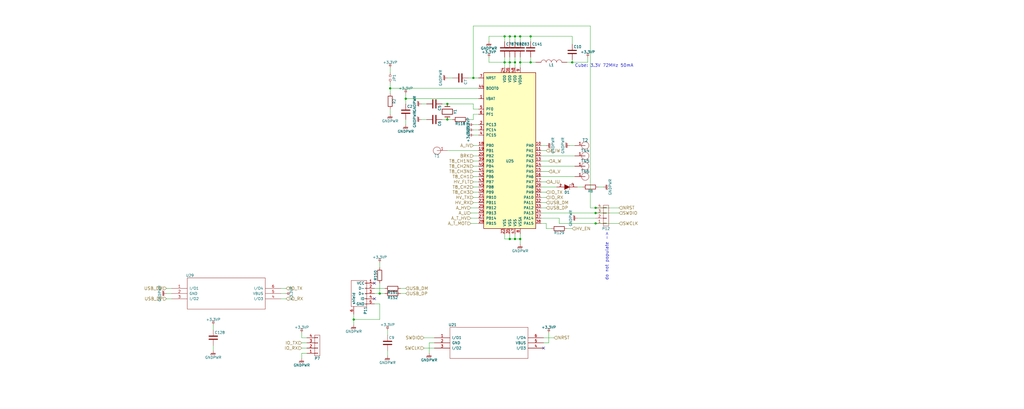
<source format=kicad_sch>
(kicad_sch (version 20211123) (generator eeschema)
  (paper "User" 499.999 200)
  (lib_symbols
    (symbol "stmbl_4.0-rescue:+3.3VP-stmbl" (power) (pin_names (offset 0))
      (property "Value" "+3.3VP-stmbl" (at 0 2.54 0))
      (symbol "+3.3VP-stmbl_0_0"
        (pin power_in line (at 0 0 90) (length 0) hide (name "+3.3VP") (number "1"))
      )
      (symbol "+3.3VP-stmbl_0_1"
        (polyline (pts (xy 0 0) (xy 0 1.016) (xy 0 1.016)))
        (polyline (pts (xy 0.508 0.762) (xy 0 1.016) (xy -0.508 0.762) (xy -0.254 1.778) (xy 0.254 1.778) (xy 0.508 0.762) (xy 0.508 0.762)))
      )
    )
    (symbol "stmbl_4.0-rescue:C-stmbl" (pin_numbers hide) (pin_names (offset 0.254))
      (property "Reference" "C" (at 0.635 2.54 0))
      (property "Value" "C-stmbl" (at 0.635 -2.54 0))
      (symbol "C-stmbl_0_1"
        (polyline (pts (xy -2.032 -0.762) (xy 2.032 -0.762)) (stroke (width 0.508)))
        (polyline (pts (xy -2.032 0.762) (xy 2.032 0.762)) (stroke (width 0.508)))
      )
      (symbol "C-stmbl_1_1"
        (pin passive line (at 0 3.81 270) (length 2.794) (name "~") (number "1"))
        (pin passive line (at 0 -3.81 90) (length 2.794) (name "~") (number "2"))
      )
    )
    (symbol "stmbl_4.0-rescue:CONN_01X04-stmbl" (pin_names (offset 1.016) hide)
      (property "Reference" "P" (at 0 6.35 0))
      (property "Value" "CONN_01X04-stmbl" (at 2.54 0 90))
      (symbol "CONN_01X04-stmbl_0_1"
        (rectangle (start -1.27 -3.683) (end 0.254 -3.937))
        (rectangle (start -1.27 -1.143) (end 0.254 -1.397))
        (rectangle (start -1.27 1.397) (end 0.254 1.143))
        (rectangle (start -1.27 3.937) (end 0.254 3.683))
        (rectangle (start -1.27 5.08) (end 1.27 -5.08))
      )
      (symbol "CONN_01X04-stmbl_1_1"
        (pin passive line (at -5.08 3.81 0) (length 3.81) (name "P1") (number "1"))
        (pin passive line (at -5.08 1.27 0) (length 3.81) (name "P2") (number "2"))
        (pin passive line (at -5.08 -1.27 0) (length 3.81) (name "P3") (number "3"))
        (pin passive line (at -5.08 -3.81 0) (length 3.81) (name "P4") (number "4"))
      )
    )
    (symbol "stmbl_4.0-rescue:Crystal-stmbl" (pin_numbers hide) (pin_names (offset 1.016) hide)
      (property "Reference" "Y" (at 0 3.81 0))
      (property "Value" "Crystal-stmbl" (at 0 -3.81 0))
      (symbol "Crystal-stmbl_0_1"
        (rectangle (start -1.27 2.54) (end 1.27 -2.54) (stroke (width 0.3048)))
        (polyline (pts (xy -2.54 -1.27) (xy -2.54 1.27)) (stroke (width 0.3048)))
        (polyline (pts (xy 2.54 -1.27) (xy 2.54 1.27)) (stroke (width 0.3048)))
      )
      (symbol "Crystal-stmbl_1_1"
        (pin passive line (at -3.81 0 0) (length 1.27) (name "1") (number "1"))
        (pin passive line (at 3.81 0 180) (length 1.27) (name "2") (number "2"))
      )
    )
    (symbol "stmbl_4.0-rescue:GNDPWR-stmbl" (power) (pin_names (offset 0))
      (property "Value" "GNDPWR-stmbl" (at 0 -3.302 0))
      (symbol "GNDPWR-stmbl_0_1"
        (polyline (pts (xy 0 -1.27) (xy 0 0)))
        (polyline (pts (xy -1.016 -1.27) (xy -1.27 -2.032) (xy -1.27 -2.032)) (stroke (width 0.2032)))
        (polyline (pts (xy -0.508 -1.27) (xy -0.762 -2.032) (xy -0.762 -2.032)) (stroke (width 0.2032)))
        (polyline (pts (xy 0 -1.27) (xy -0.254 -2.032) (xy -0.254 -2.032)) (stroke (width 0.2032)))
        (polyline (pts (xy 0.508 -1.27) (xy 0.254 -2.032) (xy 0.254 -2.032)) (stroke (width 0.2032)))
        (polyline (pts (xy 1.016 -1.27) (xy -1.016 -1.27) (xy -1.016 -1.27)) (stroke (width 0.2032)))
        (polyline (pts (xy 1.016 -1.27) (xy 0.762 -2.032) (xy 0.762 -2.032) (xy 0.762 -2.032)) (stroke (width 0.2032)))
      )
      (symbol "GNDPWR-stmbl_1_1"
        (pin power_in line (at 0 0 90) (length 0) hide (name "GNDPWR") (number "1"))
      )
    )
    (symbol "stmbl_4.0-rescue:INDUCTOR-stmbl" (pin_numbers hide) (pin_names (offset 1.016) hide)
      (property "Reference" "L" (at -1.27 0 90))
      (property "Value" "INDUCTOR-stmbl" (at 2.54 0 90))
      (symbol "INDUCTOR-stmbl_0_1"
        (arc (start 0.0254 -5.0546) (mid 1.2449 -3.8097) (end 0.0254 -2.54))
        (arc (start 0.0254 -2.5146) (mid 1.2703 -1.2444) (end 0.0254 0.0508))
        (arc (start 0.0254 0.0254) (mid 1.2703 1.2956) (end 0.0254 2.5908))
        (arc (start 0.0254 2.5654) (mid 1.1941 3.7595) (end 0.0254 4.9784))
      )
      (symbol "INDUCTOR-stmbl_1_1"
        (pin passive line (at 0 7.62 270) (length 2.54) (name "1") (number "1"))
        (pin passive line (at 0 -7.62 90) (length 2.54) (name "2") (number "2"))
      )
    )
    (symbol "stmbl_4.0-rescue:Jumper_NO_Small-stmbl" (pin_numbers hide) (pin_names (offset 0.762) hide)
      (property "Reference" "JP" (at 0 2.032 0))
      (symbol "Jumper_NO_Small-stmbl_0_1"
        (circle (center -1.016 0) (radius 0.508))
        (circle (center 1.016 0) (radius 0.508))
        (pin passive line (at -2.54 0 0) (length 1.016) (name "1") (number "1"))
        (pin passive line (at 2.54 0 180) (length 1.016) (name "2") (number "2"))
      )
    )
    (symbol "stmbl_4.0-rescue:LED-stmbl" (pin_names (offset 1.016) hide)
      (property "Reference" "D" (at 0 2.54 0))
      (property "Value" "LED-stmbl" (at 0 -2.54 0))
      (symbol "LED-stmbl_0_1"
        (polyline (pts (xy -1.27 1.27) (xy -1.27 -1.27)))
        (polyline (pts (xy -2.032 -0.635) (xy -3.175 -1.651) (xy -3.048 -1.016)))
        (polyline (pts (xy -1.651 -1.016) (xy -2.794 -2.032) (xy -2.667 -1.397)))
        (polyline (pts (xy 1.27 1.27) (xy -1.27 0) (xy 1.27 -1.27)) (fill (type outline)))
      )
      (symbol "LED-stmbl_1_1"
        (pin passive line (at -5.08 0 0) (length 3.81) (name "K") (number "1"))
        (pin passive line (at 5.08 0 180) (length 3.81) (name "A") (number "2"))
      )
    )
    (symbol "stmbl_4.0-rescue:R-stmbl" (pin_numbers hide) (pin_names (offset 0))
      (property "Reference" "R" (at 2.032 0 90))
      (property "Value" "R-stmbl" (at 0 0 90))
      (symbol "R-stmbl_0_1"
        (rectangle (start -1.016 -2.54) (end 1.016 2.54) (stroke (width 0.254)))
      )
      (symbol "R-stmbl_1_1"
        (pin passive line (at 0 3.81 270) (length 1.27) (name "~") (number "1"))
        (pin passive line (at 0 -3.81 90) (length 1.27) (name "~") (number "2"))
      )
    )
    (symbol "stmbl_4.0-rescue:STM32F303CBTx-stmbl" (pin_names (offset 1.016))
      (property "Reference" "U" (at -12.7 41.91 0))
      (property "Value" "STM32F303CBTx-stmbl" (at 10.16 17.78 0))
      (property "Footprint" "LQFP48" (at 5.08 16.51 0))
      (symbol "STM32F303CBTx-stmbl_0_1"
        (rectangle (start -12.7 -35.56) (end 12.7 40.64) (stroke (width 0.254)) (fill (type background)))
      )
      (symbol "STM32F303CBTx-stmbl_1_1"
        (pin power_in line (at -15.24 27.94 0) (length 2.54) (name "VBAT") (number "1"))
        (pin bidirectional line (at 15.24 5.08 180) (length 2.54) (name "PA0") (number "10"))
        (pin bidirectional line (at 15.24 2.54 180) (length 2.54) (name "PA1") (number "11"))
        (pin bidirectional line (at 15.24 0 180) (length 2.54) (name "PA2") (number "12"))
        (pin bidirectional line (at 15.24 -2.54 180) (length 2.54) (name "PA3") (number "13"))
        (pin bidirectional line (at 15.24 -5.08 180) (length 2.54) (name "PA4") (number "14"))
        (pin bidirectional line (at 15.24 -7.62 180) (length 2.54) (name "PA5") (number "15"))
        (pin bidirectional line (at 15.24 -10.16 180) (length 2.54) (name "PA6") (number "16"))
        (pin bidirectional line (at 15.24 -12.7 180) (length 2.54) (name "PA7") (number "17"))
        (pin bidirectional line (at -15.24 5.08 0) (length 2.54) (name "PB0") (number "18"))
        (pin bidirectional line (at -15.24 2.54 0) (length 2.54) (name "PB1") (number "19"))
        (pin bidirectional line (at -15.24 15.24 0) (length 2.54) (name "PC13") (number "2"))
        (pin bidirectional line (at -15.24 0 0) (length 2.54) (name "PB2") (number "20"))
        (pin bidirectional line (at -15.24 -20.32 0) (length 2.54) (name "PB10") (number "21"))
        (pin bidirectional line (at -15.24 -22.86 0) (length 2.54) (name "PB11") (number "22"))
        (pin power_in line (at -2.54 -38.1 90) (length 2.54) (name "VSS") (number "23"))
        (pin power_in line (at -2.54 43.18 270) (length 2.54) (name "VDD") (number "24"))
        (pin bidirectional line (at -15.24 -25.4 0) (length 2.54) (name "PB12") (number "25"))
        (pin bidirectional line (at -15.24 -27.94 0) (length 2.54) (name "PB13") (number "26"))
        (pin bidirectional line (at -15.24 -30.48 0) (length 2.54) (name "PB14") (number "27"))
        (pin bidirectional line (at -15.24 -33.02 0) (length 2.54) (name "PB15") (number "28"))
        (pin bidirectional line (at 15.24 -15.24 180) (length 2.54) (name "PA8") (number "29"))
        (pin bidirectional line (at -15.24 12.7 0) (length 2.54) (name "PC14") (number "3"))
        (pin bidirectional line (at 15.24 -17.78 180) (length 2.54) (name "PA9") (number "30"))
        (pin bidirectional line (at 15.24 -20.32 180) (length 2.54) (name "PA10") (number "31"))
        (pin bidirectional line (at 15.24 -22.86 180) (length 2.54) (name "PA11") (number "32"))
        (pin bidirectional line (at 15.24 -25.4 180) (length 2.54) (name "PA12") (number "33"))
        (pin bidirectional line (at 15.24 -27.94 180) (length 2.54) (name "PA13") (number "34"))
        (pin power_in line (at 0 -38.1 90) (length 2.54) (name "VSS") (number "35"))
        (pin power_in line (at 0 43.18 270) (length 2.54) (name "VDD") (number "36"))
        (pin bidirectional line (at 15.24 -30.48 180) (length 2.54) (name "PA14") (number "37"))
        (pin bidirectional line (at 15.24 -33.02 180) (length 2.54) (name "PA15") (number "38"))
        (pin bidirectional line (at -15.24 -2.54 0) (length 2.54) (name "PB3") (number "39"))
        (pin bidirectional line (at -15.24 10.16 0) (length 2.54) (name "PC15") (number "4"))
        (pin bidirectional line (at -15.24 -5.08 0) (length 2.54) (name "PB4") (number "40"))
        (pin bidirectional line (at -15.24 -7.62 0) (length 2.54) (name "PB5") (number "41"))
        (pin bidirectional line (at -15.24 -10.16 0) (length 2.54) (name "PB6") (number "42"))
        (pin bidirectional line (at -15.24 -12.7 0) (length 2.54) (name "PB7") (number "43"))
        (pin input line (at -15.24 33.02 0) (length 2.54) (name "BOOT0") (number "44"))
        (pin bidirectional line (at -15.24 -15.24 0) (length 2.54) (name "PB8") (number "45"))
        (pin bidirectional line (at -15.24 -17.78 0) (length 2.54) (name "PB9") (number "46"))
        (pin power_in line (at 2.54 -38.1 90) (length 2.54) (name "VSS") (number "47"))
        (pin power_in line (at 2.54 43.18 270) (length 2.54) (name "VDD") (number "48"))
        (pin input line (at -15.24 22.86 0) (length 2.54) (name "PF0") (number "5"))
        (pin input line (at -15.24 20.32 0) (length 2.54) (name "PF1") (number "6"))
        (pin input line (at -15.24 38.1 0) (length 2.54) (name "NRST") (number "7"))
        (pin power_in line (at 5.08 -38.1 90) (length 2.54) (name "VSSA") (number "8"))
        (pin power_in line (at 5.08 43.18 270) (length 2.54) (name "VDDA") (number "9"))
      )
    )
    (symbol "stmbl_4.0-rescue:USBLC6-4SC6-stmbl" (pin_names (offset 1.016))
      (property "Reference" "U" (at -17.7546 8.8392 0))
      (property "Value" "USBLC6-4SC6-stmbl" (at 0 6.35 0))
      (property "Description" "TRANSIENT VOLTAGE SUPPRESSOR" (at 0 -6.35 0))
      (symbol "USBLC6-4SC6-stmbl_0_0"
        (rectangle (start -19.05 -7.62) (end 19.05 7.62))
      )
      (symbol "USBLC6-4SC6-stmbl_1_1"
        (pin unspecified line (at -26.67 2.54 0) (length 7.5946) (name "I/O1") (number "1"))
        (pin unspecified line (at -26.67 0 0) (length 7.5946) (name "GND") (number "2"))
        (pin unspecified line (at -26.67 -2.54 0) (length 7.5946) (name "I/O2") (number "3"))
        (pin unspecified line (at 26.67 -2.54 180) (length 7.5692) (name "I/O3") (number "4"))
        (pin unspecified line (at 26.67 0 180) (length 7.5692) (name "VBUS") (number "5"))
        (pin unspecified line (at 26.67 2.54 180) (length 7.5692) (name "I/O4") (number "6"))
      )
    )
    (symbol "stmbl_4.0-rescue:USB_OTG-stmbl" (pin_names (offset 1.016))
      (property "Reference" "P" (at 8.255 -3.175 0))
      (property "Value" "USB_OTG-stmbl" (at 0 5.08 0))
      (symbol "USB_OTG-stmbl_0_1"
        (rectangle (start -6.35 -3.81) (end 6.35 3.81))
        (rectangle (start -5.207 -3.81) (end -4.953 -3.048))
        (rectangle (start -2.667 -3.81) (end -2.413 -3.048))
        (rectangle (start -0.127 -3.81) (end 0.127 -3.048))
        (rectangle (start 2.413 -3.81) (end 2.667 -3.048))
        (rectangle (start 4.953 -3.81) (end 5.207 -3.048))
      )
      (symbol "USB_OTG-stmbl_1_1"
        (pin power_out line (at -5.08 -7.62 90) (length 3.81) (name "VCC") (number "1"))
        (pin passive line (at -2.54 -7.62 90) (length 3.81) (name "D-") (number "2"))
        (pin passive line (at 0 -7.62 90) (length 3.81) (name "D+") (number "3"))
        (pin power_in line (at 2.54 -7.62 90) (length 3.81) (name "ID") (number "4"))
        (pin power_in line (at 5.08 -7.62 90) (length 3.81) (name "GND") (number "5"))
        (pin passive line (at 10.16 2.54 180) (length 3.81) (name "shield") (number "6"))
      )
    )
    (symbol "stmbl_4.0-rescue:testpoint-stmbl" (pin_names (offset 1.016))
      (property "Reference" "T" (at 0 2.54 0))
      (property "Value" "testpoint-stmbl" (at 0 -2.54 0))
      (symbol "testpoint-stmbl_0_1"
        (circle (center 0 0) (radius 1.8034))
      )
      (symbol "testpoint-stmbl_1_1"
        (pin bidirectional line (at -5.08 0 0) (length 5.08) (name "~") (number "1"))
      )
    )
  )
  (junction (at 198.12 48.26))
  (junction (at 259.08 30.48))
  (junction (at 290.83 109.22))
  (junction (at 248.92 17.78))
  (junction (at 248.92 30.48))
  (junction (at 251.46 116.84))
  (junction (at 251.46 30.48))
  (junction (at 246.38 30.48))
  (junction (at 190.5 43.18))
  (junction (at 254 116.84))
  (junction (at 290.83 104.14))
  (junction (at 290.83 101.6))
  (junction (at 231.14 38.1))
  (junction (at 185.42 143.51))
  (junction (at 259.08 17.78))
  (junction (at 279.4 30.48))
  (junction (at 248.92 116.84))
  (junction (at 254 17.78))
  (junction (at 254 30.48))
  (junction (at 218.44 50.8))
  (junction (at 246.38 17.78))
  (junction (at 218.44 58.42))
  (junction (at 172.72 156.21))
  (junction (at 251.46 17.78))
  (no_connect (at 265.43 170.18))
  (no_connect (at 182.88 138.43))
  (no_connect (at 182.88 146.05))
  (wire (pts (xy 229.87 109.22) (xy 233.68 109.22)))
  (wire (pts (xy 185.42 156.21) (xy 185.42 148.59)))
  (wire (pts (xy 139.7 143.51) (xy 137.16 143.51)))
  (wire (pts (xy 264.16 93.98) (xy 266.7 93.98)))
  (wire (pts (xy 259.08 30.48) (xy 254 30.48)))
  (wire (pts (xy 279.4 17.78) (xy 279.4 21.59)))
  (wire (pts (xy 198.12 60.96) (xy 198.12 58.42)))
  (wire (pts (xy 279.4 30.48) (xy 279.4 29.21)))
  (wire (pts (xy 264.16 96.52) (xy 266.7 96.52)))
  (wire (pts (xy 231.14 93.98) (xy 233.68 93.98)))
  (wire (pts (xy 248.92 116.84) (xy 251.46 116.84)))
  (wire (pts (xy 229.87 106.68) (xy 233.68 106.68)))
  (wire (pts (xy 172.72 153.67) (xy 172.72 156.21)))
  (wire (pts (xy 189.23 163.83) (xy 189.23 161.29)))
  (wire (pts (xy 265.43 165.1) (xy 270.51 165.1)))
  (wire (pts (xy 251.46 114.3) (xy 251.46 116.84)))
  (wire (pts (xy 231.14 12.7) (xy 288.29 12.7)))
  (wire (pts (xy 246.38 30.48) (xy 248.92 30.48)))
  (wire (pts (xy 137.16 146.05) (xy 139.7 146.05)))
  (wire (pts (xy 264.16 104.14) (xy 290.83 104.14)))
  (wire (pts (xy 266.7 88.9) (xy 264.16 88.9)))
  (wire (pts (xy 233.68 63.5) (xy 231.14 63.5)))
  (wire (pts (xy 246.38 30.48) (xy 246.38 33.02)))
  (wire (pts (xy 185.42 128.27) (xy 185.42 130.81)))
  (wire (pts (xy 231.14 91.44) (xy 233.68 91.44)))
  (wire (pts (xy 182.88 140.97) (xy 187.96 140.97)))
  (wire (pts (xy 231.14 71.12) (xy 233.68 71.12)))
  (wire (pts (xy 273.05 109.22) (xy 273.05 106.68)))
  (wire (pts (xy 276.86 30.48) (xy 279.4 30.48)))
  (wire (pts (xy 231.14 53.34) (xy 233.68 53.34)))
  (wire (pts (xy 261.62 30.48) (xy 259.08 30.48)))
  (wire (pts (xy 209.55 167.64) (xy 209.55 172.72)))
  (wire (pts (xy 185.42 138.43) (xy 185.42 143.51)))
  (wire (pts (xy 248.92 17.78) (xy 251.46 17.78)))
  (wire (pts (xy 265.43 167.64) (xy 267.97 167.64)))
  (wire (pts (xy 290.83 104.14) (xy 302.26 104.14)))
  (wire (pts (xy 231.14 50.8) (xy 231.14 53.34)))
  (wire (pts (xy 278.13 71.12) (xy 280.67 71.12)))
  (wire (pts (xy 248.92 114.3) (xy 248.92 116.84)))
  (wire (pts (xy 104.14 161.29) (xy 104.14 158.75)))
  (wire (pts (xy 218.44 73.66) (xy 233.68 73.66)))
  (wire (pts (xy 104.14 171.45) (xy 104.14 168.91)))
  (wire (pts (xy 254 17.78) (xy 254 20.32)))
  (wire (pts (xy 267.97 78.74) (xy 264.16 78.74)))
  (wire (pts (xy 248.92 17.78) (xy 248.92 20.32)))
  (wire (pts (xy 259.08 20.32) (xy 259.08 17.78)))
  (wire (pts (xy 259.08 27.94) (xy 259.08 30.48)))
  (wire (pts (xy 147.32 165.1) (xy 149.86 165.1)))
  (wire (pts (xy 246.38 27.94) (xy 246.38 30.48)))
  (wire (pts (xy 198.12 48.26) (xy 233.68 48.26)))
  (wire (pts (xy 254 116.84) (xy 254 119.38)))
  (wire (pts (xy 229.87 104.14) (xy 233.68 104.14)))
  (wire (pts (xy 228.6 58.42) (xy 231.14 58.42)))
  (wire (pts (xy 198.12 45.72) (xy 198.12 48.26)))
  (wire (pts (xy 246.38 20.32) (xy 246.38 17.78)))
  (wire (pts (xy 246.38 17.78) (xy 248.92 17.78)))
  (wire (pts (xy 190.5 40.64) (xy 190.5 43.18)))
  (wire (pts (xy 266.7 71.12) (xy 264.16 71.12)))
  (wire (pts (xy 280.67 81.28) (xy 264.16 81.28)))
  (wire (pts (xy 231.14 78.74) (xy 233.68 78.74)))
  (wire (pts (xy 294.64 91.44) (xy 292.1 91.44)))
  (wire (pts (xy 215.9 58.42) (xy 218.44 58.42)))
  (wire (pts (xy 251.46 17.78) (xy 251.46 20.32)))
  (wire (pts (xy 269.24 111.76) (xy 266.7 111.76)))
  (wire (pts (xy 81.28 143.51) (xy 83.82 143.51)))
  (wire (pts (xy 231.14 96.52) (xy 233.68 96.52)))
  (wire (pts (xy 139.7 140.97) (xy 137.16 140.97)))
  (wire (pts (xy 231.14 83.82) (xy 233.68 83.82)))
  (wire (pts (xy 218.44 58.42) (xy 220.98 58.42)))
  (wire (pts (xy 189.23 173.99) (xy 189.23 171.45)))
  (wire (pts (xy 231.14 58.42) (xy 231.14 55.88)))
  (wire (pts (xy 149.86 172.72) (xy 147.32 172.72)))
  (wire (pts (xy 205.74 50.8) (xy 208.28 50.8)))
  (wire (pts (xy 231.14 86.36) (xy 233.68 86.36)))
  (wire (pts (xy 231.14 12.7) (xy 231.14 38.1)))
  (wire (pts (xy 281.94 91.44) (xy 284.48 91.44)))
  (wire (pts (xy 288.29 12.7) (xy 288.29 101.6)))
  (wire (pts (xy 190.5 53.34) (xy 190.5 55.88)))
  (wire (pts (xy 231.14 99.06) (xy 233.68 99.06)))
  (wire (pts (xy 290.83 101.6) (xy 302.26 101.6)))
  (wire (pts (xy 231.14 88.9) (xy 233.68 88.9)))
  (wire (pts (xy 266.7 111.76) (xy 266.7 109.22)))
  (wire (pts (xy 254 17.78) (xy 259.08 17.78)))
  (wire (pts (xy 280.67 86.36) (xy 264.16 86.36)))
  (wire (pts (xy 254 114.3) (xy 254 116.84)))
  (wire (pts (xy 147.32 162.56) (xy 147.32 165.1)))
  (wire (pts (xy 264.16 101.6) (xy 266.7 101.6)))
  (wire (pts (xy 182.88 143.51) (xy 185.42 143.51)))
  (wire (pts (xy 81.28 140.97) (xy 83.82 140.97)))
  (wire (pts (xy 147.32 170.18) (xy 149.86 170.18)))
  (wire (pts (xy 287.02 30.48) (xy 287.02 27.94)))
  (wire (pts (xy 218.44 50.8) (xy 231.14 50.8)))
  (wire (pts (xy 198.12 48.26) (xy 198.12 50.8)))
  (wire (pts (xy 246.38 114.3) (xy 246.38 116.84)))
  (wire (pts (xy 238.76 20.32) (xy 238.76 17.78)))
  (wire (pts (xy 238.76 30.48) (xy 246.38 30.48)))
  (wire (pts (xy 229.87 101.6) (xy 233.68 101.6)))
  (wire (pts (xy 185.42 143.51) (xy 187.96 143.51)))
  (wire (pts (xy 231.14 38.1) (xy 233.68 38.1)))
  (wire (pts (xy 266.7 73.66) (xy 264.16 73.66)))
  (wire (pts (xy 198.12 143.51) (xy 195.58 143.51)))
  (wire (pts (xy 288.29 101.6) (xy 290.83 101.6)))
  (wire (pts (xy 238.76 27.94) (xy 238.76 30.48)))
  (wire (pts (xy 228.6 38.1) (xy 231.14 38.1)))
  (wire (pts (xy 251.46 30.48) (xy 251.46 33.02)))
  (wire (pts (xy 231.14 81.28) (xy 233.68 81.28)))
  (wire (pts (xy 251.46 116.84) (xy 254 116.84)))
  (wire (pts (xy 172.72 156.21) (xy 185.42 156.21)))
  (wire (pts (xy 190.5 43.18) (xy 190.5 45.72)))
  (wire (pts (xy 281.94 106.68) (xy 290.83 106.68)))
  (wire (pts (xy 264.16 91.44) (xy 271.78 91.44)))
  (wire (pts (xy 248.92 30.48) (xy 248.92 33.02)))
  (wire (pts (xy 248.92 27.94) (xy 248.92 30.48)))
  (wire (pts (xy 212.09 167.64) (xy 209.55 167.64)))
  (wire (pts (xy 267.97 83.82) (xy 264.16 83.82)))
  (wire (pts (xy 251.46 17.78) (xy 254 17.78)))
  (wire (pts (xy 290.83 109.22) (xy 302.26 109.22)))
  (wire (pts (xy 231.14 55.88) (xy 233.68 55.88)))
  (wire (pts (xy 218.44 38.1) (xy 220.98 38.1)))
  (wire (pts (xy 190.5 35.56) (xy 190.5 33.02)))
  (wire (pts (xy 280.67 76.2) (xy 264.16 76.2)))
  (wire (pts (xy 215.9 50.8) (xy 218.44 50.8)))
  (wire (pts (xy 279.4 30.48) (xy 287.02 30.48)))
  (wire (pts (xy 190.5 43.18) (xy 233.68 43.18)))
  (wire (pts (xy 147.32 172.72) (xy 147.32 175.26)))
  (wire (pts (xy 267.97 167.64) (xy 267.97 162.56)))
  (wire (pts (xy 205.74 58.42) (xy 208.28 58.42)))
  (wire (pts (xy 254 27.94) (xy 254 30.48)))
  (wire (pts (xy 264.16 109.22) (xy 266.7 109.22)))
  (wire (pts (xy 238.76 17.78) (xy 246.38 17.78)))
  (wire (pts (xy 207.01 170.18) (xy 212.09 170.18)))
  (wire (pts (xy 273.05 109.22) (xy 290.83 109.22)))
  (wire (pts (xy 207.01 165.1) (xy 212.09 165.1)))
  (wire (pts (xy 246.38 116.84) (xy 248.92 116.84)))
  (wire (pts (xy 231.14 66.04) (xy 233.68 66.04)))
  (wire (pts (xy 273.05 106.68) (xy 264.16 106.68)))
  (wire (pts (xy 264.16 99.06) (xy 266.7 99.06)))
  (wire (pts (xy 248.92 30.48) (xy 251.46 30.48)))
  (wire (pts (xy 231.14 60.96) (xy 233.68 60.96)))
  (wire (pts (xy 251.46 27.94) (xy 251.46 30.48)))
  (wire (pts (xy 147.32 167.64) (xy 149.86 167.64)))
  (wire (pts (xy 254 30.48) (xy 254 33.02)))
  (wire (pts (xy 185.42 148.59) (xy 182.88 148.59)))
  (wire (pts (xy 172.72 156.21) (xy 172.72 158.75)))
  (wire (pts (xy 279.4 111.76) (xy 276.86 111.76)))
  (wire (pts (xy 81.28 146.05) (xy 83.82 146.05)))
  (wire (pts (xy 231.14 76.2) (xy 233.68 76.2)))
  (wire (pts (xy 198.12 140.97) (xy 195.58 140.97)))
  (wire (pts (xy 259.08 17.78) (xy 279.4 17.78)))
  (text "Cube: 3.3V 72MHz 50mA" (at 280.67 33.02 0) (effects (font (size 1.524 1.524)) (justify left bottom)))
  (text "do not populate ->" (at 297.18 137.16 90) (effects (font (size 1.524 1.524)) (justify left bottom)))
  (hierarchical_label "T8_CH2N" (shape input) (at 231.14 81.28 180) (effects (font (size 1.524 1.524))))
  (hierarchical_label "SWDIO" (shape input) (at 207.01 165.1 180) (effects (font (size 1.524 1.524))))
  (hierarchical_label "T8_CH1" (shape input) (at 231.14 86.36 180) (effects (font (size 1.524 1.524))))
  (hierarchical_label "IO_TX" (shape input) (at 139.7 140.97 0) (effects (font (size 1.524 1.524))))
  (hierarchical_label "HV_TX" (shape input) (at 231.14 96.52 180) (effects (font (size 1.524 1.524))))
  (hierarchical_label "A_HV" (shape input) (at 229.87 101.6 180) (effects (font (size 1.524 1.524))))
  (hierarchical_label "IO_RX" (shape input) (at 139.7 146.05 0) (effects (font (size 1.524 1.524))))
  (hierarchical_label "A_V" (shape input) (at 267.97 83.82 0) (effects (font (size 1.524 1.524))))
  (hierarchical_label "T8_CH1N" (shape input) (at 231.14 78.74 180) (effects (font (size 1.524 1.524))))
  (hierarchical_label "IO_TX" (shape input) (at 266.7 93.98 0) (effects (font (size 1.524 1.524))))
  (hierarchical_label "USB_DM" (shape input) (at 81.28 140.97 180) (effects (font (size 1.524 1.524))))
  (hierarchical_label "A_IV" (shape input) (at 231.14 71.12 180) (effects (font (size 1.524 1.524))))
  (hierarchical_label "BRK" (shape input) (at 231.14 76.2 180) (effects (font (size 1.524 1.524))))
  (hierarchical_label "USB_DM" (shape input) (at 198.12 140.97 0) (effects (font (size 1.524 1.524))))
  (hierarchical_label "USB_DP" (shape input) (at 198.12 143.51 0) (effects (font (size 1.524 1.524))))
  (hierarchical_label "NRST" (shape input) (at 270.51 165.1 0) (effects (font (size 1.524 1.524))))
  (hierarchical_label "A_T_MOT" (shape input) (at 229.87 109.22 180) (effects (font (size 1.524 1.524))))
  (hierarchical_label "USB_DP" (shape input) (at 81.28 146.05 180) (effects (font (size 1.524 1.524))))
  (hierarchical_label "NRST" (shape input) (at 302.26 101.6 0) (effects (font (size 1.524 1.524))))
  (hierarchical_label "T8_CH2" (shape input) (at 231.14 91.44 180) (effects (font (size 1.524 1.524))))
  (hierarchical_label "SWCLK" (shape input) (at 207.01 170.18 180) (effects (font (size 1.524 1.524))))
  (hierarchical_label "USB_DM" (shape input) (at 266.7 99.06 0) (effects (font (size 1.524 1.524))))
  (hierarchical_label "A_T_HV" (shape input) (at 229.87 106.68 180) (effects (font (size 1.524 1.524))))
  (hierarchical_label "A_U" (shape input) (at 229.87 104.14 180) (effects (font (size 1.524 1.524))))
  (hierarchical_label "HV_FLT" (shape input) (at 231.14 88.9 180) (effects (font (size 1.524 1.524))))
  (hierarchical_label "IO_RX" (shape input) (at 147.32 170.18 180) (effects (font (size 1.524 1.524))))
  (hierarchical_label "T8_CH3" (shape input) (at 231.14 93.98 180) (effects (font (size 1.524 1.524))))
  (hierarchical_label "HV_EN" (shape input) (at 279.4 111.76 0) (effects (font (size 1.524 1.524))))
  (hierarchical_label "HV_RX" (shape input) (at 231.14 99.06 180) (effects (font (size 1.524 1.524))))
  (hierarchical_label "USB_DP" (shape input) (at 266.7 101.6 0) (effects (font (size 1.524 1.524))))
  (hierarchical_label "A_IW" (shape input) (at 266.7 73.66 0) (effects (font (size 1.524 1.524))))
  (hierarchical_label "A_IU" (shape input) (at 266.7 88.9 0) (effects (font (size 1.524 1.524))))
  (hierarchical_label "IO_RX" (shape input) (at 266.7 96.52 0) (effects (font (size 1.524 1.524))))
  (hierarchical_label "IO_TX" (shape input) (at 147.32 167.64 180) (effects (font (size 1.524 1.524))))
  (hierarchical_label "SWDIO" (shape input) (at 302.26 104.14 0) (effects (font (size 1.524 1.524))))
  (hierarchical_label "SWCLK" (shape input) (at 302.26 109.22 0) (effects (font (size 1.524 1.524))))
  (hierarchical_label "A_W" (shape input) (at 267.97 78.74 0) (effects (font (size 1.524 1.524))))
  (hierarchical_label "T8_CH3N" (shape input) (at 231.14 83.82 180) (effects (font (size 1.524 1.524))))
  (symbol (lib_id "stmbl_4.0-rescue:GNDPWR-stmbl") (at 254 119.38 0) (unit 1)
    (property "Reference" "#PWR012" (effects hide))
  )
  (symbol (lib_id "stmbl_4.0-rescue:C-stmbl") (at 246.38 24.13 0) (unit 1)
    (property "Reference" "C78" (at 247.015 21.59 0) (effects (justify left)))
    (property "Voltage" "50V" (effects hide))
    (property "Tolerance" "X5R" (effects hide))
  )
  (symbol (lib_id "stmbl_4.0-rescue:GNDPWR-stmbl") (at 238.76 20.32 0) (unit 1)
    (property "Reference" "#PWR013" (effects hide))
  )
  (symbol (lib_id "stmbl_4.0-rescue:+3.3VP-stmbl") (at 238.76 27.94 0) (unit 1)
    (property "Reference" "#PWR014" (effects hide))
  )
  (symbol (lib_id "stmbl_4.0-rescue:C-stmbl") (at 248.92 24.13 0) (unit 1)
    (property "Reference" "C79" (at 249.555 21.59 0) (effects (justify left)))
    (property "Voltage" "50V" (effects hide))
    (property "Tolerance" "X5R" (effects hide))
  )
  (symbol (lib_id "stmbl_4.0-rescue:C-stmbl") (at 251.46 24.13 0) (unit 1)
    (property "Reference" "C82" (at 252.095 21.59 0) (effects (justify left)))
    (property "Voltage" "50V" (effects hide))
    (property "Tolerance" "X5R" (effects hide))
  )
  (symbol (lib_id "stmbl_4.0-rescue:C-stmbl") (at 254 24.13 0) (unit 1)
    (property "Reference" "C83" (at 254.635 21.59 0) (effects (justify left)))
    (property "Voltage" "50V" (effects hide))
    (property "Tolerance" "X5R" (effects hide))
  )
  (symbol (lib_id "stmbl_4.0-rescue:Crystal-stmbl") (at 218.44 54.61 270) (unit 1)
    (property "Reference" "Y1" (at 222.25 54.61 0))
    (property "Manufacturer No" "ABM3B-8.000MHZ-10-1UT" (effects hide))
    (property "Source" "https://de.aliexpress.com/item/1LOT-10PCS-Crystal-8MHZ-20PF-20PPM-4P-5032-SeriesYSX531SL/32534814045.html" (effects hide))
    (property "Manufacturer" "Abracon LLC" (effects hide))
  )
  (symbol (lib_id "stmbl_4.0-rescue:GNDPWR-stmbl") (at 205.74 50.8 270) (unit 1)
    (property "Reference" "#PWR015" (effects hide))
  )
  (symbol (lib_id "stmbl_4.0-rescue:C-stmbl") (at 212.09 50.8 270) (unit 1)
    (property "Reference" "C5" (at 214.63 51.435 0) (effects (justify left)))
    (property "Voltage" "50V" (effects hide))
    (property "Tolerance" "X5R" (effects hide))
  )
  (symbol (lib_id "stmbl_4.0-rescue:GNDPWR-stmbl") (at 205.74 58.42 270) (unit 1)
    (property "Reference" "#PWR016" (effects hide))
  )
  (symbol (lib_id "stmbl_4.0-rescue:C-stmbl") (at 212.09 58.42 270) (unit 1)
    (property "Reference" "C6" (at 214.63 59.055 0) (effects (justify left)))
    (property "Voltage" "50V" (effects hide))
    (property "Tolerance" "X5R" (effects hide))
  )
  (symbol (lib_id "stmbl_4.0-rescue:C-stmbl") (at 198.12 54.61 0) (unit 1)
    (property "Reference" "C2" (at 198.755 52.07 0) (effects (justify left)))
    (property "Voltage" "50V" (effects hide))
    (property "Tolerance" "X5R" (effects hide))
  )
  (symbol (lib_id "stmbl_4.0-rescue:GNDPWR-stmbl") (at 198.12 60.96 0) (unit 1)
    (property "Reference" "#PWR017" (effects hide))
  )
  (symbol (lib_id "stmbl_4.0-rescue:+3.3VP-stmbl") (at 198.12 45.72 0) (unit 1)
    (property "Reference" "#PWR018" (effects hide))
  )
  (symbol (lib_id "stmbl_4.0-rescue:C-stmbl") (at 224.79 38.1 270) (unit 1)
    (property "Reference" "C7" (at 227.33 38.735 0) (effects (justify left)))
    (property "Voltage" "50V" (effects hide))
    (property "Tolerance" "X5R" (effects hide))
  )
  (symbol (lib_id "stmbl_4.0-rescue:GNDPWR-stmbl") (at 218.44 38.1 270) (unit 1)
    (property "Reference" "#PWR019" (effects hide))
  )
  (symbol (lib_id "stmbl_4.0-rescue:CONN_01X04-stmbl") (at 295.91 105.41 0) (mirror x) (unit 1)
    (property "Reference" "P12" (at 295.91 111.76 0))
  )
  (symbol (lib_id "stmbl_4.0-rescue:GNDPWR-stmbl") (at 281.94 106.68 270) (unit 1)
    (property "Reference" "#PWR020" (effects hide))
  )
  (symbol (lib_id "stmbl_4.0-rescue:R-stmbl") (at 190.5 49.53 0) (unit 1)
    (property "Reference" "R2" (at 192.532 49.53 90))
    (property "Tolerance" "1%" (effects hide))
  )
  (symbol (lib_id "stmbl_4.0-rescue:GNDPWR-stmbl") (at 190.5 55.88 0) (unit 1)
    (property "Reference" "#PWR021" (effects hide))
  )
  (symbol (lib_id "stmbl_4.0-rescue:+3.3VP-stmbl") (at 190.5 33.02 0) (unit 1)
    (property "Reference" "#PWR022" (effects hide))
  )
  (symbol (lib_id "stmbl_4.0-rescue:Jumper_NO_Small-stmbl") (at 190.5 38.1 270) (unit 1)
    (property "Reference" "JP1" (at 192.532 38.1 0))
  )
  (symbol (lib_id "stmbl_4.0-rescue:USBLC6-4SC6-stmbl") (at 238.76 167.64 0) (unit 1)
    (property "Reference" "U21" (at 221.0054 158.8008 0))
    (property "Manufacturer No" "USBLC6-4SC6" (effects hide))
    (property "Manufacturer" "STMicroelectronics" (effects hide))
  )
  (symbol (lib_id "stmbl_4.0-rescue:GNDPWR-stmbl") (at 209.55 172.72 0) (unit 1)
    (property "Reference" "#PWR023" (effects hide))
  )
  (symbol (lib_id "stmbl_4.0-rescue:+3.3VP-stmbl") (at 267.97 162.56 0) (unit 1)
    (property "Reference" "#PWR024" (effects hide))
  )
  (symbol (lib_id "stmbl_4.0-rescue:STM32F303CBTx-stmbl") (at 248.92 76.2 0) (unit 1)
    (property "Reference" "U25" (at 248.92 78.74 0))
    (property "Manufacturer No" "STM32F303CBT" (effects hide))
    (property "Manufacturer" "STMicroelectronics" (effects hide))
  )
  (symbol (lib_id "stmbl_4.0-rescue:R-stmbl") (at 273.05 111.76 270) (unit 1)
    (property "Reference" "R129" (at 273.05 113.792 90))
    (property "Tolerance" "1%" (effects hide))
  )
  (symbol (lib_id "stmbl_4.0-rescue:testpoint-stmbl") (at 285.75 81.28 0) (unit 1)
    (property "Reference" "T45" (at 285.75 78.74 0) (effects (font (size 1.524 1.524))))
  )
  (symbol (lib_id "stmbl_4.0-rescue:testpoint-stmbl") (at 285.75 76.2 0) (unit 1)
    (property "Reference" "T44" (at 285.75 73.66 0) (effects (font (size 1.524 1.524))))
  )
  (symbol (lib_id "stmbl_4.0-rescue:testpoint-stmbl") (at 285.75 86.36 0) (unit 1)
    (property "Reference" "T46" (at 285.75 83.82 0) (effects (font (size 1.524 1.524))))
  )
  (symbol (lib_id "stmbl_4.0-rescue:testpoint-stmbl") (at 213.36 73.66 180) (unit 1)
    (property "Reference" "T1" (at 213.36 76.2 0) (effects (font (size 1.524 1.524))))
  )
  (symbol (lib_id "stmbl_4.0-rescue:LED-stmbl") (at 276.86 91.44 180) (unit 1)
    (property "Reference" "D1" (at 276.86 93.98 0))
    (property "Manufacturer No" "LTST-S220KRKT" (effects hide))
    (property "Manufacturer" "Lite-On" (effects hide))
  )
  (symbol (lib_id "stmbl_4.0-rescue:R-stmbl") (at 288.29 91.44 270) (unit 1)
    (property "Reference" "R8" (at 288.29 93.472 90))
    (property "Tolerance" "1%" (effects hide))
  )
  (symbol (lib_id "stmbl_4.0-rescue:INDUCTOR-stmbl") (at 269.24 30.48 90) (unit 1)
    (property "Reference" "L1" (at 269.24 31.75 90))
    (property "Manufacturer No" "BLM18AG221SN1" (effects hide))
    (property "Source" "https://de.aliexpress.com/item/500-PCS-LOT-patch-magnetic-bead-FB-BLM18AG221SN1-0603-220-r-0-5-A-magnetic-beads/32675343247.html" (effects hide))
    (property "Manufacturer" "Murata" (effects hide))
  )
  (symbol (lib_id "stmbl_4.0-rescue:C-stmbl") (at 279.4 25.4 0) (unit 1)
    (property "Reference" "C10" (at 280.035 22.86 0) (effects (justify left)))
    (property "Voltage" "50V" (effects hide))
    (property "Tolerance" "X5R" (effects hide))
  )
  (symbol (lib_id "stmbl_4.0-rescue:+3.3VP-stmbl") (at 287.02 27.94 0) (unit 1)
    (property "Reference" "#PWR025" (effects hide))
  )
  (symbol (lib_id "stmbl_4.0-rescue:C-stmbl") (at 189.23 167.64 0) (unit 1)
    (property "Reference" "C9" (at 189.865 165.1 0) (effects (justify left)))
    (property "Voltage" "50V" (effects hide))
    (property "Tolerance" "X5R" (effects hide))
  )
  (symbol (lib_id "stmbl_4.0-rescue:GNDPWR-stmbl") (at 189.23 173.99 0) (unit 1)
    (property "Reference" "#PWR026" (effects hide))
  )
  (symbol (lib_id "stmbl_4.0-rescue:+3.3VP-stmbl") (at 189.23 161.29 0) (unit 1)
    (property "Reference" "#PWR027" (effects hide))
  )
  (symbol (lib_id "stmbl_4.0-rescue:USBLC6-4SC6-stmbl") (at 110.49 143.51 0) (unit 1)
    (property "Reference" "U29" (at 92.7354 134.6708 0))
    (property "Manufacturer No" "USBLC6-4SC6" (effects hide))
    (property "Manufacturer" "STMicroelectronics" (effects hide))
  )
  (symbol (lib_id "stmbl_4.0-rescue:C-stmbl") (at 104.14 165.1 0) (unit 1)
    (property "Reference" "C128" (at 104.775 162.56 0) (effects (justify left)))
    (property "Voltage" "50V" (effects hide))
    (property "Tolerance" "X5R" (effects hide))
  )
  (symbol (lib_id "stmbl_4.0-rescue:GNDPWR-stmbl") (at 104.14 171.45 0) (unit 1)
    (property "Reference" "#PWR028" (effects hide))
  )
  (symbol (lib_id "stmbl_4.0-rescue:+3.3VP-stmbl") (at 139.7 143.51 270) (unit 1)
    (property "Reference" "#PWR029" (effects hide))
  )
  (symbol (lib_id "stmbl_4.0-rescue:GNDPWR-stmbl") (at 294.64 91.44 90) (unit 1)
    (property "Reference" "#PWR030" (effects hide))
  )
  (symbol (lib_id "stmbl_4.0-rescue:GNDPWR-stmbl") (at 81.28 143.51 270) (unit 1)
    (property "Reference" "#PWR031" (effects hide))
  )
  (symbol (lib_id "stmbl_4.0-rescue:+3.3VP-stmbl") (at 104.14 158.75 0) (unit 1)
    (property "Reference" "#PWR032" (effects hide))
  )
  (symbol (lib_id "stmbl_4.0-rescue:USB_OTG-stmbl") (at 175.26 143.51 90) (mirror x) (unit 1)
    (property "Reference" "P11" (at 178.435 151.765 0))
    (property "Manufacturer No" "105017-0001" (effects hide))
    (property "Source" "https://de.aliexpress.com/item/Wholesale-100Pcs-lot-5-Pins-Micro-USB-SMD-Female-USB-PCB-Connector-Socket-USB-Jack-Plug/1840320498.html" (effects hide))
    (property "Manufacturer" "Molex" (effects hide))
  )
  (symbol (lib_id "stmbl_4.0-rescue:GNDPWR-stmbl") (at 172.72 158.75 0) (unit 1)
    (property "Reference" "#PWR033" (effects hide))
  )
  (symbol (lib_id "stmbl_4.0-rescue:R-stmbl") (at 191.77 140.97 270) (unit 1)
    (property "Reference" "R151" (at 191.77 143.002 90))
    (property "Tolerance" "1%" (effects hide))
  )
  (symbol (lib_id "stmbl_4.0-rescue:R-stmbl") (at 191.77 143.51 270) (unit 1)
    (property "Reference" "R152" (at 191.77 145.542 90))
    (property "Tolerance" "1%" (effects hide))
  )
  (symbol (lib_id "stmbl_4.0-rescue:R-stmbl") (at 185.42 134.62 180) (unit 1)
    (property "Reference" "R150" (at 183.388 134.62 90))
    (property "Tolerance" "1%" (effects hide))
  )
  (symbol (lib_id "stmbl_4.0-rescue:+3.3VP-stmbl") (at 185.42 128.27 0) (unit 1)
    (property "Reference" "#PWR034" (effects hide))
  )
  (symbol (lib_id "stmbl_4.0-rescue:GNDPWR-stmbl") (at 147.32 175.26 0) (unit 1)
    (property "Reference" "#PWR035" (effects hide))
  )
  (symbol (lib_id "stmbl_4.0-rescue:R-stmbl") (at 224.79 58.42 270) (unit 1)
    (property "Reference" "R118" (at 224.79 60.452 90))
    (property "Tolerance" "1%" (effects hide))
  )
  (symbol (lib_id "stmbl_4.0-rescue:CONN_01X04-stmbl") (at 154.94 168.91 0) (mirror x) (unit 1)
    (property "Reference" "P7" (at 154.94 175.26 0))
  )
  (symbol (lib_id "stmbl_4.0-rescue:+3.3VP-stmbl") (at 147.32 162.56 0) (unit 1)
    (property "Reference" "#PWR036" (effects hide))
  )
  (symbol (lib_id "stmbl_4.0-rescue:GNDPWR-stmbl") (at 266.7 71.12 90) (unit 1)
    (property "Reference" "#PWR038" (effects hide))
  )
  (symbol (lib_id "stmbl_4.0-rescue:+3.3VP-stmbl") (at 231.14 66.04 90) (unit 1)
    (property "Reference" "#PWR039" (effects hide))
  )
  (symbol (lib_id "stmbl_4.0-rescue:+3.3VP-stmbl") (at 231.14 63.5 90) (unit 1)
    (property "Reference" "#PWR040" (effects hide))
  )
  (symbol (lib_id "stmbl_4.0-rescue:+3.3VP-stmbl") (at 231.14 60.96 90) (unit 1)
    (property "Reference" "#PWR041" (effects hide))
  )
  (symbol (lib_id "stmbl_4.0-rescue:testpoint-stmbl") (at 285.75 71.12 0) (unit 1)
    (property "Reference" "T2" (at 285.75 68.58 0) (effects (font (size 1.524 1.524))))
  )
  (symbol (lib_id "stmbl_4.0-rescue:GNDPWR-stmbl") (at 278.13 71.12 270) (unit 1)
    (property "Reference" "#PWR0230" (effects hide))
  )
  (symbol (lib_id "stmbl_4.0-rescue:C-stmbl") (at 259.08 24.13 0) (unit 1)
    (property "Reference" "C141" (at 259.715 21.59 0) (effects (justify left)))
    (property "Voltage" "35V" (effects hide))
    (property "Tolerance" "X5R" (effects hide))
  )
)
</source>
